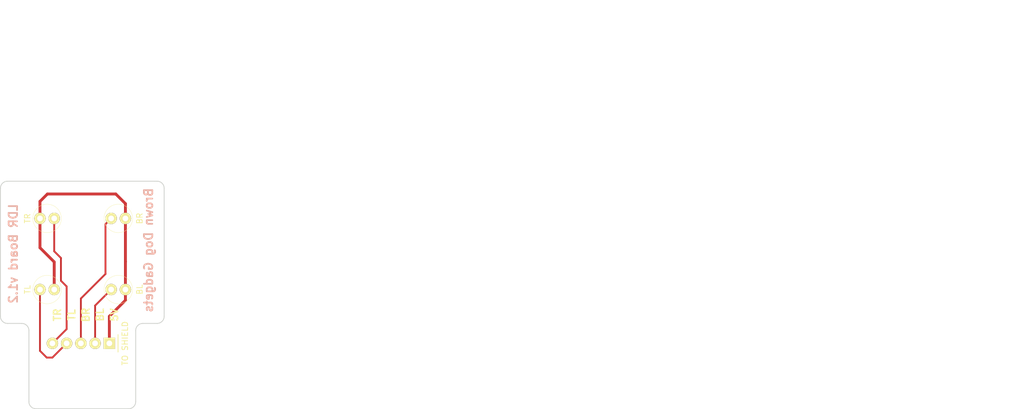
<source format=kicad_pcb>
(kicad_pcb (version 4) (host pcbnew 4.0.5-e0-6337~49~ubuntu16.04.1)

  (general
    (links 8)
    (no_connects 0)
    (area 4.623999 19.685 187.040759 100.994381)
    (thickness 1.6)
    (drawings 24)
    (tracks 29)
    (zones 0)
    (modules 7)
    (nets 6)
  )

  (page USLetter)
  (title_block
    (title "Solar Tracker Light Sensing Board")
    (date "08 May 2017")
    (rev v1.2)
    (company "All rights reserved.")
    (comment 1 help@browndoggadgets.com)
    (comment 2 http://browndoggadgets.com/)
    (comment 3 "Brown Dog Gadgets")
  )

  (layers
    (0 F.Cu signal)
    (31 B.Cu signal)
    (34 B.Paste user)
    (35 F.Paste user)
    (36 B.SilkS user)
    (37 F.SilkS user)
    (38 B.Mask user)
    (39 F.Mask user)
    (40 Dwgs.User user)
    (44 Edge.Cuts user)
    (46 B.CrtYd user)
    (47 F.CrtYd user)
    (48 B.Fab user)
    (49 F.Fab user)
  )

  (setup
    (last_trace_width 0.3302)
    (user_trace_width 0.1524)
    (user_trace_width 0.254)
    (user_trace_width 0.3302)
    (user_trace_width 0.508)
    (user_trace_width 0.762)
    (user_trace_width 1.27)
    (trace_clearance 0.254)
    (zone_clearance 0.508)
    (zone_45_only no)
    (trace_min 0.1524)
    (segment_width 0.1524)
    (edge_width 0.1524)
    (via_size 0.6858)
    (via_drill 0.3302)
    (via_min_size 0.6858)
    (via_min_drill 0.3302)
    (user_via 0.6858 0.3302)
    (user_via 0.762 0.4064)
    (user_via 0.8636 0.508)
    (uvia_size 0.6858)
    (uvia_drill 0.3302)
    (uvias_allowed no)
    (uvia_min_size 0)
    (uvia_min_drill 0)
    (pcb_text_width 0.1524)
    (pcb_text_size 1.016 1.016)
    (mod_edge_width 0.1524)
    (mod_text_size 1.016 1.016)
    (mod_text_width 0.1524)
    (pad_size 1.524 1.524)
    (pad_drill 0.762)
    (pad_to_mask_clearance 0.0762)
    (solder_mask_min_width 0.1016)
    (pad_to_paste_clearance -0.0762)
    (aux_axis_origin 0 0)
    (visible_elements FFFEDF7D)
    (pcbplotparams
      (layerselection 0x310fc_80000001)
      (usegerberextensions true)
      (excludeedgelayer true)
      (linewidth 0.100000)
      (plotframeref false)
      (viasonmask false)
      (mode 1)
      (useauxorigin false)
      (hpglpennumber 1)
      (hpglpenspeed 20)
      (hpglpendiameter 15)
      (hpglpenoverlay 2)
      (psnegative false)
      (psa4output false)
      (plotreference true)
      (plotvalue true)
      (plotinvisibletext false)
      (padsonsilk false)
      (subtractmaskfromsilk false)
      (outputformat 1)
      (mirror false)
      (drillshape 0)
      (scaleselection 1)
      (outputdirectory gerbers))
  )

  (net 0 "")
  (net 1 +5V)
  (net 2 /BOTTOMLEFT)
  (net 3 /BOTTOMRIGHT)
  (net 4 /TOPLEFT)
  (net 5 /TOPRIGHT)

  (net_class Default "This is the default net class."
    (clearance 0.254)
    (trace_width 0.254)
    (via_dia 0.6858)
    (via_drill 0.3302)
    (uvia_dia 0.6858)
    (uvia_drill 0.3302)
    (add_net +5V)
    (add_net /BOTTOMLEFT)
    (add_net /BOTTOMRIGHT)
    (add_net /TOPLEFT)
    (add_net /TOPRIGHT)
  )

  (module Wickerlib:HOLE-UNPLATED-200MIL (layer F.Cu) (tedit 590DC0F9) (tstamp 59112A9F)
    (at 19.05 87.884)
    (descr "Standard 2x20 DIP header based on KiCad Pin Header 2x20")
    (tags "pin header")
    (fp_text reference V (at 0 -2) (layer F.SilkS) hide
      (effects (font (size 1.016 1.016) (thickness 0.1524)))
    )
    (fp_text value HOLE-PLATED-200MIL (at -2.1 2.88 90) (layer F.Fab) hide
      (effects (font (size 1 1) (thickness 0.15)))
    )
    (pad "" np_thru_hole circle (at 0 0) (size 5.08 5.08) (drill 5.08) (layers *.Cu))
  )

  (module Wickerlib:CONN-ONSHORE-SCREW-GREEN-5PIN-TH (layer F.Cu) (tedit 59112B84) (tstamp 57D6273E)
    (at 24.13 80.772 270)
    (descr "Through hole pin header")
    (tags "pin header")
    (path /57D62B1D)
    (fp_text reference J1 (at 0 2.54 270) (layer F.Fab)
      (effects (font (size 1 1) (thickness 0.15)))
    )
    (fp_text value "TO SOLAR SHIELD" (at 2.286 3.302 360) (layer F.Fab) hide
      (effects (font (size 1 1) (thickness 0.15)))
    )
    (fp_circle (center 0 0) (end 0 0.254) (layer F.Fab) (width 0.2))
    (fp_text user "TO SHIELD" (at 0 -2.794 270) (layer F.SilkS)
      (effects (font (size 1.016 1.016) (thickness 0.1524)))
    )
    (fp_line (start -3.33 -1.75) (end -3.33 11.76) (layer F.CrtYd) (width 0.05))
    (fp_line (start 3.33 -1.75) (end 3.33 11.76) (layer F.CrtYd) (width 0.05))
    (fp_line (start -3.3 -1.75) (end 3.3 -1.75) (layer F.CrtYd) (width 0.05))
    (fp_line (start -3.3 11.76) (end 3.3 11.76) (layer F.CrtYd) (width 0.05))
    (fp_line (start -1.55 -1.55) (end 1.55 -1.55) (layer F.SilkS) (width 0.15))
    (fp_line (start 3.33 -1.75) (end 3.33 11.76) (layer F.Fab) (width 0.05))
    (fp_line (start -3.3 -1.75) (end 3.3 -1.75) (layer F.Fab) (width 0.05))
    (fp_line (start -3.33 -1.75) (end -3.33 11.76) (layer F.Fab) (width 0.05))
    (fp_line (start -3.3 11.76) (end 3.3 11.76) (layer F.Fab) (width 0.05))
    (pad 1 thru_hole rect (at 0 0 270) (size 2.032 2.032) (drill 1.016) (layers *.Cu *.Mask F.SilkS)
      (net 1 +5V))
    (pad 2 thru_hole oval (at 0 2.54 270) (size 2.032 2.032) (drill 1.016) (layers *.Cu *.Mask F.SilkS)
      (net 2 /BOTTOMLEFT))
    (pad 3 thru_hole oval (at 0 5.08 270) (size 2.032 2.032) (drill 1.016) (layers *.Cu *.Mask F.SilkS)
      (net 3 /BOTTOMRIGHT))
    (pad 4 thru_hole oval (at 0 7.62 270) (size 2.032 2.032) (drill 1.016) (layers *.Cu *.Mask F.SilkS)
      (net 4 /TOPLEFT))
    (pad 5 thru_hole oval (at 0 10.16 270) (size 2.032 2.032) (drill 1.016) (layers *.Cu *.Mask F.SilkS)
      (net 5 /TOPRIGHT))
  )

  (module Wickerlib:PHOTOCELL-5.1MM (layer F.Cu) (tedit 5910D605) (tstamp 57D617E9)
    (at 13.024981 58.465073 90)
    (descr "Through hole pin header")
    (tags "pin header")
    (path /57D2E022)
    (fp_text reference R4 (at 0 0 180) (layer F.Fab)
      (effects (font (size 1 1) (thickness 0.15)))
    )
    (fp_text value PHOTOCELL (at 0 0 90) (layer F.Fab) hide
      (effects (font (size 1 1) (thickness 0.15)))
    )
    (fp_circle (center 0 0) (end 2.54 0) (layer F.Fab) (width 0.05))
    (fp_text user TR (at 0 -3.499981 90) (layer F.SilkS)
      (effects (font (size 1 1) (thickness 0.15)))
    )
    (fp_circle (center 0 0) (end 2.54 0) (layer F.SilkS) (width 0.05))
    (fp_circle (center 0 0) (end 2.794 0) (layer F.CrtYd) (width 0.05))
    (pad 1 thru_hole circle (at 0 -1.27 90) (size 2.032 2.032) (drill 1.016) (layers *.Cu *.Mask F.SilkS)
      (net 1 +5V))
    (pad 2 thru_hole oval (at 0 1.27 90) (size 2.032 2.032) (drill 1.016) (layers *.Cu *.Mask F.SilkS)
      (net 5 /TOPRIGHT))
  )

  (module Wickerlib:PHOTOCELL-5.1MM (layer F.Cu) (tedit 5910D612) (tstamp 57D617C5)
    (at 25.724981 71.165073 270)
    (descr "Through hole pin header")
    (tags "pin header")
    (path /57D0194A)
    (fp_text reference R1 (at 0 0 360) (layer F.Fab)
      (effects (font (size 1 1) (thickness 0.15)))
    )
    (fp_text value PHOTOCELL (at 0 0 270) (layer F.Fab) hide
      (effects (font (size 1 1) (thickness 0.15)))
    )
    (fp_circle (center 0 0) (end 2.54 0) (layer F.Fab) (width 0.05))
    (fp_text user BL (at 0 -3.81 270) (layer F.SilkS)
      (effects (font (size 1 1) (thickness 0.15)))
    )
    (fp_circle (center 0 0) (end 2.54 0) (layer F.SilkS) (width 0.05))
    (fp_circle (center 0 0) (end 2.794 0) (layer F.CrtYd) (width 0.05))
    (pad 1 thru_hole circle (at 0 -1.27 270) (size 2.032 2.032) (drill 1.016) (layers *.Cu *.Mask F.SilkS)
      (net 1 +5V))
    (pad 2 thru_hole oval (at 0 1.27 270) (size 2.032 2.032) (drill 1.016) (layers *.Cu *.Mask F.SilkS)
      (net 2 /BOTTOMLEFT))
  )

  (module Wickerlib:PHOTOCELL-5.1MM (layer F.Cu) (tedit 5910D60C) (tstamp 57D617D1)
    (at 13.024981 71.165073 270)
    (descr "Through hole pin header")
    (tags "pin header")
    (path /57D2DF8D)
    (fp_text reference R3 (at 0 0 360) (layer F.Fab)
      (effects (font (size 1 1) (thickness 0.15)))
    )
    (fp_text value PHOTOCELL (at 0 0 270) (layer F.Fab) hide
      (effects (font (size 1 1) (thickness 0.15)))
    )
    (fp_circle (center 0 0) (end 2.54 0) (layer F.Fab) (width 0.05))
    (fp_text user TL (at 0 3.499981 270) (layer F.SilkS)
      (effects (font (size 1 1) (thickness 0.15)))
    )
    (fp_circle (center 0 0) (end 2.54 0) (layer F.SilkS) (width 0.05))
    (fp_circle (center 0 0) (end 2.794 0) (layer F.CrtYd) (width 0.05))
    (pad 1 thru_hole circle (at 0 -1.27 270) (size 2.032 2.032) (drill 1.016) (layers *.Cu *.Mask F.SilkS)
      (net 1 +5V))
    (pad 2 thru_hole oval (at 0 1.27 270) (size 2.032 2.032) (drill 1.016) (layers *.Cu *.Mask F.SilkS)
      (net 4 /TOPLEFT))
  )

  (module Wickerlib:PHOTOCELL-5.1MM (layer F.Cu) (tedit 5910D549) (tstamp 57D617DD)
    (at 25.724981 58.465073 270)
    (descr "Through hole pin header")
    (tags "pin header")
    (path /57D0184D)
    (fp_text reference R2 (at 0 0 360) (layer F.Fab)
      (effects (font (size 1 1) (thickness 0.15)))
    )
    (fp_text value PHOTOCELL (at 0 0 270) (layer F.Fab) hide
      (effects (font (size 1 1) (thickness 0.15)))
    )
    (fp_circle (center 0 0) (end 2.54 0) (layer F.Fab) (width 0.05))
    (fp_text user BR (at 0 -3.81 270) (layer F.SilkS)
      (effects (font (size 1 1) (thickness 0.15)))
    )
    (fp_circle (center 0 0) (end 2.54 0) (layer F.SilkS) (width 0.05))
    (fp_circle (center 0 0) (end 2.794 0) (layer F.CrtYd) (width 0.05))
    (pad 1 thru_hole circle (at 0 -1.27 270) (size 2.032 2.032) (drill 1.016) (layers *.Cu *.Mask F.SilkS)
      (net 1 +5V))
    (pad 2 thru_hole oval (at 0 1.27 270) (size 2.032 2.032) (drill 1.016) (layers *.Cu *.Mask F.SilkS)
      (net 3 /BOTTOMRIGHT))
  )

  (module Wickerlib:HOLE-UNPLATED-200MIL (layer F.Cu) (tedit 590DC0F9) (tstamp 5910F0DC)
    (at 19.05 65.151)
    (descr "Standard 2x20 DIP header based on KiCad Pin Header 2x20")
    (tags "pin header")
    (fp_text reference V (at 0 -2) (layer F.SilkS) hide
      (effects (font (size 1.016 1.016) (thickness 0.1524)))
    )
    (fp_text value HOLE-PLATED-200MIL (at -2.1 2.88 90) (layer F.Fab) hide
      (effects (font (size 1 1) (thickness 0.15)))
    )
    (pad "" np_thru_hole circle (at 0 0) (size 5.08 5.08) (drill 5.08) (layers *.Cu))
  )

  (gr_arc (start 5.969 53.086) (end 4.699 53.086) (angle 90) (layer Edge.Cuts) (width 0.15))
  (gr_arc (start 5.969 75.946) (end 5.969 77.216) (angle 90) (layer Edge.Cuts) (width 0.15))
  (gr_line (start 5.969 77.216) (end 8.509 77.216) (layer Edge.Cuts) (width 0.15))
  (gr_arc (start 11.049 91.186) (end 11.049 92.456) (angle 90) (layer Edge.Cuts) (width 0.15))
  (gr_arc (start 30.099 78.486) (end 28.829 78.486) (angle 90) (layer Edge.Cuts) (width 0.15))
  (gr_arc (start 8.509 78.486) (end 8.509 77.216) (angle 90) (layer Edge.Cuts) (width 0.15))
  (gr_arc (start 27.559 91.186) (end 28.829 91.186) (angle 90) (layer Edge.Cuts) (width 0.15))
  (gr_arc (start 32.639 75.946) (end 33.909 75.946) (angle 90) (layer Edge.Cuts) (width 0.15))
  (gr_arc (start 32.639 53.086) (end 32.639 51.816) (angle 90) (layer Edge.Cuts) (width 0.15))
  (gr_line (start 32.639 77.216) (end 30.099 77.216) (layer Edge.Cuts) (width 0.15))
  (gr_line (start 33.909 53.086) (end 33.909 75.946) (layer Edge.Cuts) (width 0.15))
  (gr_line (start 4.699 53.086) (end 4.699 75.946) (layer Edge.Cuts) (width 0.15))
  (gr_line (start 32.639 51.816) (end 5.969 51.816) (layer Edge.Cuts) (width 0.15))
  (gr_text "Brown Dog Gadgets" (at 31.115 64.135 90) (layer B.SilkS) (tstamp 57D6292E)
    (effects (font (size 1.5 1.5) (thickness 0.3)) (justify mirror))
  )
  (gr_text "LDR Board v1.2" (at 6.985 64.77 90) (layer B.SilkS) (tstamp 57D62917)
    (effects (font (size 1.5 1.5) (thickness 0.3)) (justify mirror))
  )
  (gr_text 5V (at 25.019 75.692 90) (layer F.SilkS) (tstamp 57D61B8F)
    (effects (font (size 1.27 1.27) (thickness 0.254)))
  )
  (gr_text TR (at 14.859 75.692 90) (layer F.SilkS) (tstamp 57D61B8E)
    (effects (font (size 1.27 1.27) (thickness 0.254)))
  )
  (gr_text TL (at 17.399 75.692 90) (layer F.SilkS) (tstamp 57D61B8D)
    (effects (font (size 1.27 1.27) (thickness 0.254)))
  )
  (gr_text BR (at 19.939 75.692 90) (layer F.SilkS) (tstamp 57D61B8C)
    (effects (font (size 1.27 1.27) (thickness 0.254)))
  )
  (gr_text BL (at 22.479 75.692 90) (layer F.SilkS) (tstamp 57D61B8B)
    (effects (font (size 1.27 1.27) (thickness 0.254)))
  )
  (gr_line (start 28.829 91.186) (end 28.829 78.486) (layer Edge.Cuts) (width 0.15))
  (gr_line (start 11.049 92.456) (end 27.559 92.456) (layer Edge.Cuts) (width 0.15))
  (gr_line (start 9.779 78.486) (end 9.779 91.186) (layer Edge.Cuts) (width 0.15))
  (gr_text "FABRICATION NOTES\n\n1. THIS IS A 2 LAYER BOARD. \n2. EXTERNAL LAYERS SHALL HAVE 1 OZ COPPER.\n3. MATERIAL: FR4 AND 0.062 INCH +/- 10% THICK.\n4. BOARDS SHALL BE ROHS COMPLIANT. \n5. MANUFACTURE IN ACCORDANCE WITH IPC-6012 CLASS 2\n6. MASK: BOTH SIDES OF THE BOARD SHALL HAVE \n   SOLDER MASK (ANY COLOR) OVER BARE COPPER. \n7. SILK: BOTH SIDES OF THE BOARD SHALL HAVE \n   WHITE SILKSCREEN. DO NOT PLACE SILK OVER BARE COPPER.\n8. FINISH: ENIG.\n9. MINIMUM TRACE WIDTH - 0.006 INCH.\n   MINIMUM SPACE - 0.006 INCH.\n   MINIMUM HOLE DIA - 0.013 INCH. \n10. MAX HOLE PLACEMENT TOLERANCE OF +/- 0.003 INCH.\n11. MAX HOLE DIAMETER TOLERANCE OF +/- 0.003 INCH AFTER PLATING." (at 44.196 54.102) (layer Dwgs.User)
    (effects (font (size 2.54 2.54) (thickness 0.254)) (justify left))
  )

  (segment (start 26.994981 71.165073) (end 26.994981 73.081019) (width 0.508) (layer F.Cu) (net 1))
  (segment (start 26.994981 73.081019) (end 24.13 75.946) (width 0.508) (layer F.Cu) (net 1))
  (segment (start 24.13 75.946) (end 24.13 80.772) (width 0.508) (layer F.Cu) (net 1))
  (segment (start 11.754981 58.465073) (end 11.754981 55.428019) (width 0.508) (layer F.Cu) (net 1))
  (segment (start 11.754981 55.428019) (end 13.081 54.102) (width 0.508) (layer F.Cu) (net 1))
  (segment (start 13.081 54.102) (end 25.273 54.102) (width 0.508) (layer F.Cu) (net 1))
  (segment (start 25.273 54.102) (end 26.994981 55.823981) (width 0.508) (layer F.Cu) (net 1))
  (segment (start 26.994981 55.823981) (end 26.994981 58.465073) (width 0.508) (layer F.Cu) (net 1))
  (segment (start 14.294981 66.237981) (end 14.294981 71.165073) (width 0.508) (layer F.Cu) (net 1))
  (segment (start 11.754981 63.697981) (end 14.294981 66.237981) (width 0.508) (layer F.Cu) (net 1))
  (segment (start 11.754981 58.465073) (end 11.754981 63.697981) (width 0.508) (layer F.Cu) (net 1))
  (segment (start 26.994981 66.167) (end 26.994981 71.165073) (width 0.508) (layer F.Cu) (net 1))
  (segment (start 26.994981 58.465073) (end 26.994981 66.167) (width 0.508) (layer F.Cu) (net 1))
  (segment (start 24.454981 71.165073) (end 21.59 74.030054) (width 0.3302) (layer F.Cu) (net 2))
  (segment (start 21.59 74.030054) (end 21.59 80.772) (width 0.3302) (layer F.Cu) (net 2))
  (segment (start 24.454981 58.465073) (end 23.438982 59.481072) (width 0.3302) (layer F.Cu) (net 3))
  (segment (start 23.438982 59.481072) (end 23.438982 68.382018) (width 0.3302) (layer F.Cu) (net 3))
  (segment (start 23.438982 68.382018) (end 19.05 72.771) (width 0.3302) (layer F.Cu) (net 3))
  (segment (start 19.05 72.771) (end 19.05 80.772) (width 0.3302) (layer F.Cu) (net 3))
  (segment (start 12.954 83.312) (end 13.97 83.312) (width 0.3302) (layer F.Cu) (net 4))
  (segment (start 13.97 83.312) (end 16.51 80.772) (width 0.3302) (layer F.Cu) (net 4))
  (segment (start 12.954 83.312) (end 11.754981 82.112981) (width 0.3302) (layer F.Cu) (net 4))
  (segment (start 11.754981 82.112981) (end 11.754981 71.165073) (width 0.3302) (layer F.Cu) (net 4))
  (segment (start 14.294981 58.465073) (end 14.294981 64.332981) (width 0.3302) (layer F.Cu) (net 5))
  (segment (start 15.494 65.532) (end 15.494 69.596) (width 0.3302) (layer F.Cu) (net 5))
  (segment (start 16.51 78.232) (end 13.97 80.772) (width 0.3302) (layer F.Cu) (net 5))
  (segment (start 14.294981 64.332981) (end 15.494 65.532) (width 0.3302) (layer F.Cu) (net 5))
  (segment (start 15.494 69.596) (end 16.51 70.612) (width 0.3302) (layer F.Cu) (net 5))
  (segment (start 16.51 70.612) (end 16.51 78.232) (width 0.3302) (layer F.Cu) (net 5))

)

</source>
